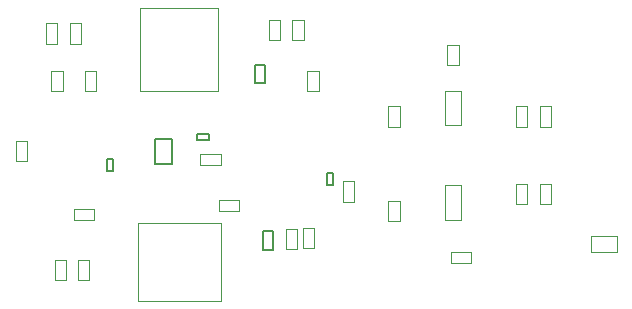
<source format=gbr>
G04*
G04 #@! TF.GenerationSoftware,Altium Limited,Altium Designer,23.8.1 (32)*
G04*
G04 Layer_Color=16711935*
%FSLAX43Y43*%
%MOMM*%
G71*
G04*
G04 #@! TF.SameCoordinates,4157314E-2F8B-4695-BFB2-F8FC6B21436D*
G04*
G04*
G04 #@! TF.FilePolarity,Positive*
G04*
G01*
G75*
%ADD11C,0.100*%
%ADD12C,0.200*%
D11*
X65550Y6000D02*
Y7350D01*
X67750Y6000D02*
Y7350D01*
X65550Y6000D02*
X67750D01*
X65550Y7350D02*
X67750D01*
X61225Y18350D02*
X62175D01*
X61225Y16650D02*
X62175D01*
Y18350D01*
X61225Y16650D02*
Y18350D01*
X59225D02*
X60175D01*
X59225Y16650D02*
X60175D01*
Y18350D01*
X59225Y16650D02*
Y18350D01*
X61250Y10050D02*
X62200D01*
X61250Y11750D02*
X62200D01*
X61250Y10050D02*
Y11750D01*
X62200Y10050D02*
Y11750D01*
X53225Y8740D02*
Y11660D01*
X54525Y8740D02*
Y11660D01*
X53225D02*
X54525D01*
X53225Y8740D02*
X54525D01*
X53225Y16740D02*
Y19660D01*
X54525Y16740D02*
Y19660D01*
X53225D02*
X54525D01*
X53225Y16740D02*
X54525D01*
X34000Y19680D02*
Y26670D01*
X27400Y19680D02*
Y26670D01*
Y19680D02*
X34000D01*
X27400Y26670D02*
X34000D01*
X27205Y8475D02*
X34195D01*
X27205Y1875D02*
X34195D01*
Y8475D01*
X27205Y1875D02*
Y8475D01*
X59175Y10050D02*
Y11750D01*
X60125Y10050D02*
Y11750D01*
X59175Y10050D02*
X60125D01*
X59175Y11750D02*
X60125D01*
X48400Y8650D02*
Y10350D01*
X49350Y8650D02*
Y10350D01*
X48400Y8650D02*
X49350D01*
X48400Y10350D02*
X49350D01*
X44525Y10300D02*
Y12000D01*
X45475Y10300D02*
Y12000D01*
X44525Y10300D02*
X45475D01*
X44525Y12000D02*
X45475D01*
X34025Y9500D02*
X35725D01*
X34025Y10450D02*
X35725D01*
Y9500D02*
Y10450D01*
X34025Y9500D02*
Y10450D01*
X40700Y6275D02*
Y7975D01*
X39750Y6275D02*
Y7975D01*
X40700D01*
X39750Y6275D02*
X40700D01*
X42150Y6325D02*
Y8025D01*
X41200Y6325D02*
Y8025D01*
X42150D01*
X41200Y6325D02*
X42150D01*
X53400Y21850D02*
Y23550D01*
X54350Y21850D02*
Y23550D01*
X53400Y21850D02*
X54350D01*
X53400Y23550D02*
X54350D01*
X42505Y19675D02*
Y21375D01*
X41555Y19675D02*
Y21375D01*
X42505D01*
X41555Y19675D02*
X42505D01*
X16850Y13725D02*
Y15425D01*
X17800Y13725D02*
Y15425D01*
X16850Y13725D02*
X17800D01*
X16850Y15425D02*
X17800D01*
X23630Y19675D02*
Y21375D01*
X22680Y19675D02*
Y21375D01*
X23630D01*
X22680Y19675D02*
X23630D01*
X48400Y16650D02*
Y18350D01*
X49350Y16650D02*
Y18350D01*
X48400Y16650D02*
X49350D01*
X48400Y18350D02*
X49350D01*
X19875Y19675D02*
Y21375D01*
X20825Y19675D02*
Y21375D01*
X19875Y19675D02*
X20825D01*
X19875Y21375D02*
X20825D01*
X38285Y23975D02*
Y25675D01*
X39235Y23975D02*
Y25675D01*
X38285Y23975D02*
X39235D01*
X38285Y25675D02*
X39235D01*
X20140Y5375D02*
X21090D01*
X20140Y3675D02*
X21090D01*
Y5375D01*
X20140Y3675D02*
Y5375D01*
X53725Y5075D02*
X55425D01*
X53725Y6025D02*
X55425D01*
Y5075D02*
Y6025D01*
X53725Y5075D02*
Y6025D01*
X41235Y23975D02*
Y25675D01*
X40285Y23975D02*
Y25675D01*
X41235D01*
X40285Y23975D02*
X41235D01*
X19410Y23675D02*
Y25375D01*
X20360Y23675D02*
Y25375D01*
X19410Y23675D02*
X20360D01*
X19410Y25375D02*
X20360D01*
X22360Y23675D02*
Y25375D01*
X21410Y23675D02*
Y25375D01*
X22360D01*
X21410Y23675D02*
X22360D01*
X21750Y8700D02*
X23450D01*
X21750Y9650D02*
X23450D01*
Y8700D02*
Y9650D01*
X21750Y8700D02*
Y9650D01*
X32500Y13400D02*
Y14350D01*
X34200Y13400D02*
Y14350D01*
X32500D02*
X34200D01*
X32500Y13400D02*
X34200D01*
X23090Y3675D02*
Y5375D01*
X22140Y3675D02*
Y5375D01*
X23090D01*
X22140Y3675D02*
X23090D01*
D12*
X43250Y11725D02*
X43750D01*
Y12725D01*
X43250D02*
X43750D01*
X43250Y11725D02*
Y12725D01*
X32225Y15550D02*
Y16050D01*
Y15550D02*
X33225D01*
Y16050D01*
X32225D02*
X33225D01*
X24625Y12925D02*
X25125D01*
Y13925D01*
X24625D02*
X25125D01*
X24625Y12925D02*
Y13925D01*
X38625Y6225D02*
Y7825D01*
X37825Y6225D02*
X38625D01*
X37825D02*
Y7825D01*
X38625D01*
X37125Y20300D02*
X37925D01*
Y21900D01*
X37125D02*
X37925D01*
X37125Y20300D02*
Y21900D01*
X28650Y13450D02*
Y15600D01*
Y13450D02*
X30050D01*
Y15600D01*
X28650D02*
X30050D01*
M02*

</source>
